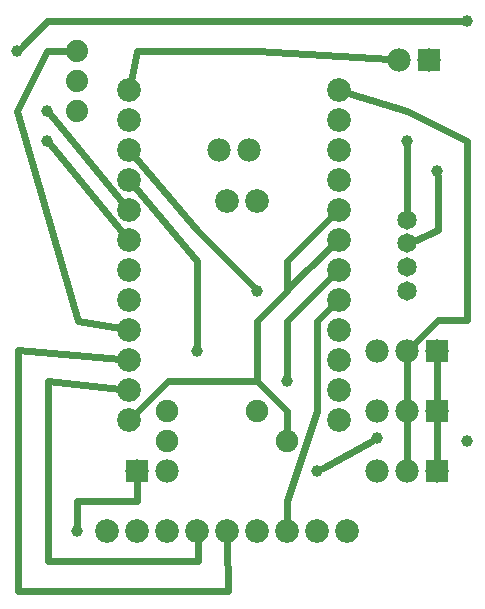
<source format=gbl>
G04 MADE WITH FRITZING*
G04 WWW.FRITZING.ORG*
G04 DOUBLE SIDED*
G04 HOLES PLATED*
G04 CONTOUR ON CENTER OF CONTOUR VECTOR*
%ASAXBY*%
%FSLAX23Y23*%
%MOIN*%
%OFA0B0*%
%SFA1.0B1.0*%
%ADD10C,0.074000*%
%ADD11C,0.039370*%
%ADD12C,0.075000*%
%ADD13C,0.079370*%
%ADD14C,0.078000*%
%ADD15C,0.065000*%
%ADD16R,0.078000X0.078000*%
%ADD17C,0.024000*%
%LNCOPPER0*%
G90*
G70*
G54D10*
X244Y1630D03*
X244Y1730D03*
X244Y1830D03*
G54D11*
X144Y1630D03*
X44Y1830D03*
X144Y1530D03*
X244Y230D03*
X644Y830D03*
X944Y730D03*
X844Y1030D03*
X1544Y530D03*
X1044Y430D03*
X1244Y538D03*
X1544Y1930D03*
X1344Y1530D03*
X1444Y1430D03*
G54D12*
X544Y630D03*
X844Y630D03*
X544Y630D03*
X844Y630D03*
X944Y530D03*
X544Y530D03*
X944Y530D03*
X544Y530D03*
G54D13*
X416Y1699D03*
X416Y1599D03*
X416Y1499D03*
X416Y1399D03*
X416Y1299D03*
X416Y1199D03*
X416Y1099D03*
X416Y999D03*
X416Y899D03*
X416Y799D03*
X416Y699D03*
X416Y599D03*
X1116Y1699D03*
X1116Y1599D03*
X1116Y1499D03*
X1116Y1399D03*
X1116Y1299D03*
X1116Y1199D03*
X1116Y1099D03*
X1116Y999D03*
X1116Y899D03*
X1116Y799D03*
X1116Y699D03*
X1116Y599D03*
G54D14*
X444Y430D03*
X544Y430D03*
G54D13*
X1144Y230D03*
X1044Y230D03*
X944Y230D03*
X844Y230D03*
X744Y230D03*
X644Y230D03*
X544Y230D03*
X444Y230D03*
X344Y230D03*
G54D14*
X1444Y430D03*
X1344Y430D03*
X1244Y430D03*
X1444Y630D03*
X1344Y630D03*
X1244Y630D03*
X1444Y830D03*
X1344Y830D03*
X1244Y830D03*
G54D15*
X1344Y1030D03*
X1344Y1108D03*
X1344Y1187D03*
X1344Y1266D03*
G54D14*
X716Y1499D03*
X816Y1499D03*
X716Y1499D03*
X816Y1499D03*
G54D13*
X744Y1330D03*
X844Y1330D03*
X744Y1330D03*
X844Y1330D03*
G54D14*
X1416Y1799D03*
X1316Y1799D03*
G54D16*
X444Y430D03*
X1444Y430D03*
X1444Y630D03*
X1444Y830D03*
X1416Y1799D03*
G54D17*
X144Y1829D02*
X44Y1629D01*
D02*
X44Y1629D02*
X245Y930D01*
D02*
X245Y930D02*
X386Y905D01*
D02*
X213Y1829D02*
X144Y1829D01*
D02*
X157Y1615D02*
X397Y1323D01*
D02*
X144Y1929D02*
X1525Y1930D01*
D02*
X58Y1843D02*
X144Y1929D01*
D02*
X644Y1130D02*
X436Y1376D01*
D02*
X644Y849D02*
X644Y1130D01*
D02*
X644Y1231D02*
X436Y1476D01*
D02*
X745Y1130D02*
X644Y1231D01*
D02*
X831Y1043D02*
X745Y1130D01*
D02*
X157Y1515D02*
X397Y1223D01*
D02*
X45Y29D02*
X45Y831D01*
D02*
X45Y831D02*
X385Y802D01*
D02*
X745Y29D02*
X45Y29D01*
D02*
X744Y199D02*
X745Y29D01*
D02*
X145Y129D02*
X145Y729D01*
D02*
X645Y129D02*
X145Y129D01*
D02*
X145Y729D02*
X386Y702D01*
D02*
X645Y199D02*
X645Y129D01*
D02*
X444Y330D02*
X444Y400D01*
D02*
X244Y330D02*
X444Y330D01*
D02*
X244Y249D02*
X244Y330D01*
D02*
X944Y330D02*
X1044Y629D01*
D02*
X1044Y629D02*
X1044Y930D01*
D02*
X1044Y930D02*
X1094Y978D01*
D02*
X944Y260D02*
X944Y330D01*
D02*
X944Y930D02*
X1094Y1078D01*
D02*
X944Y749D02*
X944Y930D01*
D02*
X1344Y1511D02*
X1344Y1289D01*
D02*
X1227Y529D02*
X1061Y439D01*
D02*
X1445Y1231D02*
X1445Y1411D01*
D02*
X1366Y1196D02*
X1445Y1231D01*
D02*
X844Y930D02*
X944Y1029D01*
D02*
X944Y1029D02*
X941Y1034D01*
D02*
X844Y729D02*
X844Y930D01*
D02*
X941Y1034D02*
X1094Y1178D01*
D02*
X944Y629D02*
X844Y729D01*
D02*
X944Y558D02*
X944Y629D01*
D02*
X943Y1130D02*
X1094Y1278D01*
D02*
X941Y1034D02*
X943Y1130D01*
D02*
X545Y729D02*
X438Y621D01*
D02*
X844Y729D02*
X545Y729D01*
D02*
X844Y1830D02*
X1286Y1801D01*
D02*
X643Y1829D02*
X744Y1829D01*
D02*
X545Y1829D02*
X643Y1829D01*
D02*
X744Y1829D02*
X844Y1830D01*
D02*
X444Y1829D02*
X545Y1829D01*
D02*
X423Y1729D02*
X444Y1829D01*
D02*
X1445Y931D02*
X1366Y851D01*
D02*
X1544Y931D02*
X1445Y931D01*
D02*
X1544Y1529D02*
X1544Y931D01*
D02*
X1344Y1629D02*
X1544Y1529D01*
D02*
X1146Y1690D02*
X1344Y1629D01*
D02*
X1344Y660D02*
X1344Y800D01*
D02*
X1344Y600D02*
X1344Y460D01*
D02*
X1444Y800D02*
X1444Y660D01*
D02*
X1444Y600D02*
X1444Y460D01*
G04 End of Copper0*
M02*
</source>
